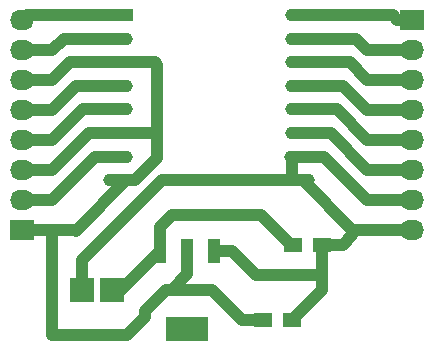
<source format=gbr>
G04 #@! TF.FileFunction,Copper,L1,Top,Signal*
%FSLAX46Y46*%
G04 Gerber Fmt 4.6, Leading zero omitted, Abs format (unit mm)*
G04 Created by KiCad (PCBNEW 0.201511221031+6327~38~ubuntu14.04.1-stable) date Mon 23 Nov 2015 18:33:37 CET*
%MOMM*%
G01*
G04 APERTURE LIST*
%ADD10C,0.100000*%
%ADD11R,2.032000X1.727200*%
%ADD12O,2.032000X1.727200*%
%ADD13R,2.500000X1.100000*%
%ADD14O,2.500000X1.100000*%
%ADD15R,1.500000X1.250000*%
%ADD16R,2.000000X2.000000*%
%ADD17R,3.657600X2.032000*%
%ADD18R,1.016000X2.032000*%
%ADD19C,1.000000*%
G04 APERTURE END LIST*
D10*
D11*
X139700000Y-123190000D03*
D12*
X139700000Y-120650000D03*
X139700000Y-118110000D03*
X139700000Y-115570000D03*
X139700000Y-113030000D03*
X139700000Y-110490000D03*
X139700000Y-107950000D03*
X139700000Y-105410000D03*
D11*
X172720000Y-105410000D03*
D12*
X172720000Y-107950000D03*
X172720000Y-110490000D03*
X172720000Y-113030000D03*
X172720000Y-115570000D03*
X172720000Y-118110000D03*
X172720000Y-120650000D03*
X172720000Y-123190000D03*
D13*
X147801100Y-105003600D03*
D14*
X147801100Y-107003600D03*
X147801100Y-109003600D03*
X147801100Y-111003600D03*
X147801100Y-113003600D03*
X147801100Y-115003600D03*
X147801100Y-117003600D03*
X147801100Y-119003600D03*
X163201100Y-119003600D03*
X163101100Y-117003600D03*
X163201100Y-115003600D03*
X163201100Y-113003600D03*
X163201100Y-111003600D03*
X163201100Y-109003600D03*
X163201100Y-107003600D03*
X163201100Y-105003600D03*
D15*
X162580000Y-124460000D03*
X165080000Y-124460000D03*
X160040000Y-130810000D03*
X162540000Y-130810000D03*
D16*
X147320000Y-128270000D03*
D17*
X153670000Y-131572000D03*
D18*
X153670000Y-124968000D03*
X151384000Y-124968000D03*
X155956000Y-124968000D03*
D16*
X144780000Y-128270000D03*
D19*
X145886400Y-117003600D02*
X142240000Y-120650000D01*
X142240000Y-120650000D02*
X139700000Y-120650000D01*
X148501100Y-117003600D02*
X145886400Y-117003600D01*
X144806400Y-113003600D02*
X142240000Y-115570000D01*
X142240000Y-115570000D02*
X139700000Y-115570000D01*
X148501100Y-113003600D02*
X144806400Y-113003600D01*
X144266400Y-111003600D02*
X142240000Y-113030000D01*
X142240000Y-113030000D02*
X139700000Y-113030000D01*
X148501100Y-111003600D02*
X144266400Y-111003600D01*
X143186400Y-107003600D02*
X142240000Y-107950000D01*
X142240000Y-107950000D02*
X139700000Y-107950000D01*
X148501100Y-107003600D02*
X143186400Y-107003600D01*
X148501100Y-105003600D02*
X140106400Y-105003600D01*
X140106400Y-105003600D02*
X139700000Y-105410000D01*
X171450000Y-105410000D02*
X172720000Y-105410000D01*
X162501100Y-105003600D02*
X171043600Y-105003600D01*
X171043600Y-105003600D02*
X171450000Y-105410000D01*
X171450000Y-107950000D02*
X172720000Y-107950000D01*
X167963600Y-107003600D02*
X168910000Y-107950000D01*
X168910000Y-107950000D02*
X171450000Y-107950000D01*
X162501100Y-107003600D02*
X167963600Y-107003600D01*
X171450000Y-110490000D02*
X172720000Y-110490000D01*
X167423600Y-109003600D02*
X168910000Y-110490000D01*
X168910000Y-110490000D02*
X171450000Y-110490000D01*
X162501100Y-109003600D02*
X167423600Y-109003600D01*
X171450000Y-113030000D02*
X172720000Y-113030000D01*
X166883600Y-111003600D02*
X168910000Y-113030000D01*
X168910000Y-113030000D02*
X171450000Y-113030000D01*
X162501100Y-111003600D02*
X166883600Y-111003600D01*
X171450000Y-115570000D02*
X172720000Y-115570000D01*
X166343600Y-113003600D02*
X168910000Y-115570000D01*
X168910000Y-115570000D02*
X171450000Y-115570000D01*
X162501100Y-113003600D02*
X166343600Y-113003600D01*
X171450000Y-118110000D02*
X172720000Y-118110000D01*
X165803600Y-115003600D02*
X168910000Y-118110000D01*
X168910000Y-118110000D02*
X171450000Y-118110000D01*
X162501100Y-115003600D02*
X165803600Y-115003600D01*
X151506400Y-119003600D02*
X144780000Y-125730000D01*
X144780000Y-125730000D02*
X144780000Y-128270000D01*
X162501100Y-119003600D02*
X151506400Y-119003600D01*
X162501100Y-117003600D02*
X162501100Y-119003600D01*
X171450000Y-120650000D02*
X172720000Y-120650000D01*
X165263600Y-117003600D02*
X168910000Y-120650000D01*
X168910000Y-120650000D02*
X171450000Y-120650000D01*
X162501100Y-117003600D02*
X165263600Y-117003600D01*
X171450000Y-123190000D02*
X172720000Y-123190000D01*
X165080000Y-124460000D02*
X165080000Y-127000000D01*
X165080000Y-127000000D02*
X165080000Y-128270000D01*
X155956000Y-124968000D02*
X157464000Y-124968000D01*
X157464000Y-124968000D02*
X159496000Y-127000000D01*
X159496000Y-127000000D02*
X165080000Y-127000000D01*
X165080000Y-128270000D02*
X162540000Y-130810000D01*
X167640000Y-123190000D02*
X167640000Y-123650000D01*
X167640000Y-123650000D02*
X166830000Y-124460000D01*
X166830000Y-124460000D02*
X165080000Y-124460000D01*
X163453600Y-119003600D02*
X167640000Y-123190000D01*
X167640000Y-123190000D02*
X171450000Y-123190000D01*
X162501100Y-119003600D02*
X163453600Y-119003600D01*
X147320000Y-128270000D02*
X148082000Y-128270000D01*
X148082000Y-128270000D02*
X151384000Y-124968000D01*
X152400000Y-121920000D02*
X151384000Y-122936000D01*
X151384000Y-122936000D02*
X151384000Y-124968000D01*
X159915000Y-121920000D02*
X152400000Y-121920000D01*
X162580000Y-124460000D02*
X162455000Y-124460000D01*
X162455000Y-124460000D02*
X159915000Y-121920000D01*
X149253900Y-119003600D02*
X148501100Y-119003600D01*
X151130000Y-114935000D02*
X151130000Y-117127500D01*
X151130000Y-117127500D02*
X149253900Y-119003600D01*
X148501100Y-115003600D02*
X151130000Y-115003600D01*
X151130000Y-115003600D02*
X151130000Y-114935000D01*
X145346400Y-115003600D02*
X142240000Y-118110000D01*
X142240000Y-118110000D02*
X139700000Y-118110000D01*
X148501100Y-115003600D02*
X145346400Y-115003600D01*
X148501100Y-109003600D02*
X150913600Y-109003600D01*
X151130000Y-109220000D02*
X151130000Y-114935000D01*
X150913600Y-109003600D02*
X151130000Y-109220000D01*
X144314700Y-123190000D02*
X142240000Y-123190000D01*
X142240000Y-123190000D02*
X139700000Y-123190000D01*
X142240000Y-132080000D02*
X142240000Y-123190000D01*
X148590000Y-132080000D02*
X142240000Y-132080000D01*
X150084397Y-130585603D02*
X148590000Y-132080000D01*
X150084397Y-130087601D02*
X150084397Y-130585603D01*
X144232399Y-123272301D02*
X144314700Y-123190000D01*
X151901998Y-128270000D02*
X150084397Y-130087601D01*
X153670000Y-124968000D02*
X153670000Y-126984000D01*
X153670000Y-126984000D02*
X152384000Y-128270000D01*
X152384000Y-128270000D02*
X151901998Y-128270000D01*
X155750000Y-128270000D02*
X151901998Y-128270000D01*
X160040000Y-130810000D02*
X158290000Y-130810000D01*
X158290000Y-130810000D02*
X155750000Y-128270000D01*
X148501100Y-119003600D02*
X144314700Y-123190000D01*
X143726400Y-109003600D02*
X142240000Y-110490000D01*
X142240000Y-110490000D02*
X139700000Y-110490000D01*
X148501100Y-109003600D02*
X143726400Y-109003600D01*
M02*

</source>
